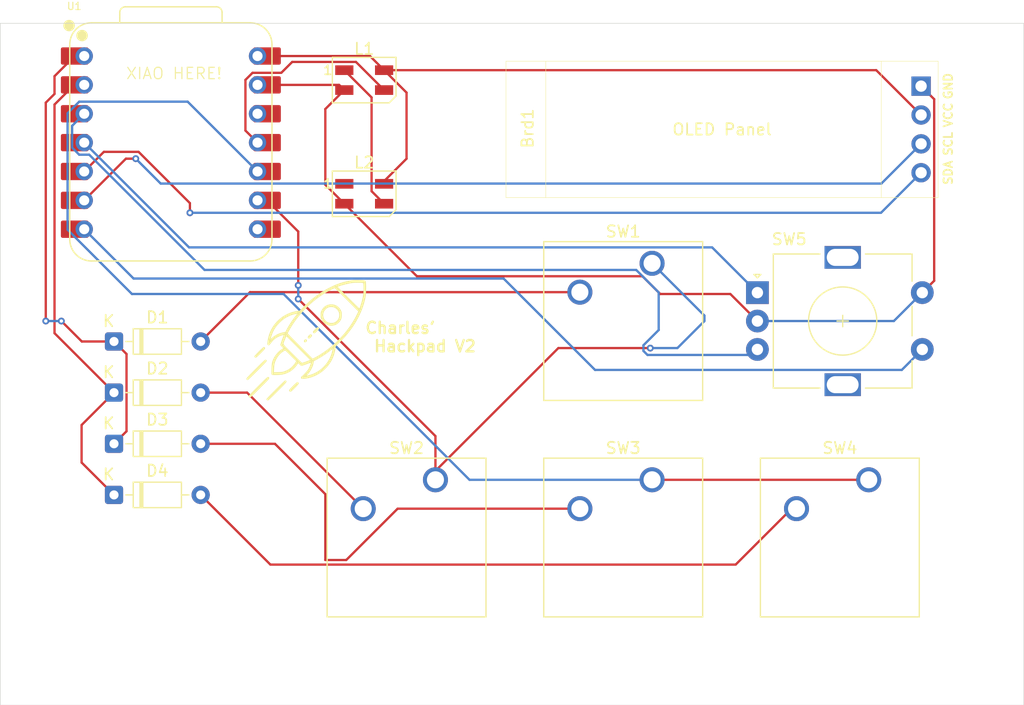
<source format=kicad_pcb>
(kicad_pcb (version 20241229) (generator "pcbnew") (generator_version "9.0")
  (layers (0 "F.Cu" signal) (2 "B.Cu" signal) (13 "F.Paste" user) (15 "B.Paste" user) (5 "F.SilkS" user "F.Silkscreen") (7 "B.SilkS" user "B.Silkscreen") (1 "F.Mask" user) (3 "B.Mask" user) (25 "Edge.Cuts" user))
  (net 0 "")
  (net 1 "GND")
  (net 2 "SDA")
  (net 3 "SCL")
  (net 4 "+5V")
  (net 5 "Net-(D1-A)")
  (net 6 "ROW1")
  (net 7 "ROW2")
  (net 8 "Net-(D2-A)")
  (net 9 "Net-(D3-A)")
  (net 10 "Net-(D4-A)")
  (net 11 "LED")
  (net 12 "Net-(L1-DOUT)")
  (net 14 "COL1")
  (net 15 "COL2")
  (net 16 "RE1")
  (net 17 "SW_ENC")
  (net 18 "RE2")
  (footprint "Diode_THT:D_DO-35_SOD27_P7.62mm_Horizontal" (layer "F.Cu") (at 60 82.5)
    (property "Reference" "D2")
    (property "Value" "D")
  )
  (footprint "Button_Switch_Keyboard:SW_Cherry_MX_1.00u_PCB" (layer "F.Cu") (at 107.315 90.17)
    (property "Reference" "SW3")
    (property "Value" "SW_Push")
  )
  (footprint "Button_Switch_Keyboard:SW_Cherry_MX_1.00u_PCB" (layer "F.Cu") (at 107.315 71.12)
    (property "Reference" "SW1")
    (property "Value" "SW_Push")
  )
  (footprint "Diode_THT:D_DO-35_SOD27_P7.62mm_Horizontal" (layer "F.Cu") (at 60 78)
    (property "Reference" "D1")
    (property "Value" "D")
  )
  (footprint "Rotary_Encoder:RotaryEncoder_Alps_EC11E-Switch_Vertical_H20mm" (layer "F.Cu") (at 116.575 73.7)
    (property "Reference" "SW5")
    (property "Value" "RotaryEncoder_Switch")
  )
  (footprint "Diode_THT:D_DO-35_SOD27_P7.62mm_Horizontal" (layer "F.Cu") (at 60 91.5)
    (property "Reference" "D4")
    (property "Value" "D")
  )
  (footprint "Button_Switch_Keyboard:SW_Cherry_MX_1.00u_PCB" (layer "F.Cu") (at 88.265 90.17)
    (property "Reference" "SW2")
    (property "Value" "SW_Push")
  )
  (footprint "Seeed Studio XIAO Series Library:XIAO-RP2040-DIP" (layer "F.Cu") (at 65 60.5)
    (property "Reference" "U1")
    (property "Value" "XIAO-RP2040-DIP")
  )
  (footprint "KiCad-SSD1306-0.91-OLED-4pin-128x32.pretty-master:SSD1306-0.91-OLED-4pin-128x32" (layer "F.Cu") (at 94.46875 53.34)
    (property "Reference" "Brd1")
    (property "Value" "SSD1306")
  )
  (footprint "LED_SMD:LED_SK6812MINI_PLCC4_3.5x3.5mm_P1.75mm" (layer "F.Cu") (at 82 55)
    (property "Reference" "L1")
    (property "Value" "SK6812MINI")
  )
  (footprint "Diode_THT:D_DO-35_SOD27_P7.62mm_Horizontal" (layer "F.Cu") (at 60 87)
    (property "Reference" "D3")
    (property "Value" "D")
  )
  (footprint "LED_SMD:LED_SK6812MINI_PLCC4_3.5x3.5mm_P1.75mm" (layer "F.Cu") (at 82 65)
    (property "Reference" "L2")
    (property "Value" "SK6812MINI")
  )
  (footprint "Button_Switch_Keyboard:SW_Cherry_MX_1.00u_PCB" (layer "F.Cu") (at 126.365 90.17)
    (property "Reference" "SW4")
    (property "Value" "SW_Push")
  )
  (gr_poly (pts (xy 76.854532 77.800478) (xy 76.860031 77.801015) (xy 76.86551 77.801908) (xy 76.87097 77.803155) (xy 76.876413 77.804758) (xy 76.881841 77.806716) (xy 76.887255 77.809031) (xy 76.892657 77.811702) (xy 76.898047 77.81473) (xy 76.903429 77.818116) (xy 76.908802 77.821859) (xy 76.914169 77.82596) (xy 76.919532 77.83042) (xy 76.924892 77.835239) (xy 76.93025 77.840417) (xy 76.935428 77.845787) (xy 76.940247 77.851181) (xy 76.944707 77.856598) (xy 76.948808 77.862038) (xy 76.952551 77.8675) (xy 76.955937 77.872982) (xy 76.958965 77.878485) (xy 76.961636 77.884007) (xy 76.963951 77.889547) (xy 76.965909 77.895106) (xy 76.967512 77.900681) (xy 76.968759 77.906273) (xy 76.969651 77.91188) (xy 76.970189 77.917502) (xy 76.970372 77.923138) (xy 76.970202 77.928787) (xy 76.969678 77.934449) (xy 76.968801 77.940122) (xy 76.967571 77.945806) (xy 76.965989 77.9515) (xy 76.964055 77.957204) (xy 76.96177 77.962916) (xy 76.959133 77.968635) (xy 76.956146 77.974362) (xy 76.952808 77.980095) (xy 76.94912 77.985833) (xy 76.945083 77.991576) (xy 76.940697 77.997323) (xy 76.935961 78.003073) (xy 76.930878 78.008825) (xy 76.925446 78.014579) (xy 76.919666 78.020334) (xy 76.91438 78.025561) (xy 76.908852 78.030526) (xy 76.9031 78.035226) (xy 76.897144 78.03966) (xy 76.891002 78.043826) (xy 76.884692 78.047722) (xy 76.878233 78.051346) (xy 76.871645 78.054696) (xy 76.864944 78.05777) (xy 76.858151 78.060566) (xy 76.851283 78.063082) (xy 76.84436 78.065316) (xy 76.830419 78.068932) (xy 76.816479 78.071398) (xy 76.809556 78.072194) (xy 76.802688 78.072697) (xy 76.795894 78.072905) (xy 76.789194 78.072816) (xy 76.782605 78.072427) (xy 76.776147 78.071737) (xy 76.769837 78.070744) (xy 76.763695 78.069446) (xy 76.757739 78.067841) (xy 76.751987 78.065928) (xy 76.746459 78.063703) (xy 76.741172 78.061166) (xy 76.736146 78.058314) (xy 76.731399 78.055145) (xy 76.72695 78.051658) (xy 76.722817 78.04785) (xy 76.719009 78.043729) (xy 76.715522 78.039314) (xy 76.712353 78.034622) (xy 76.709501 78.029668) (xy 76.706963 78.02447) (xy 76.704739 78.019042) (xy 76.702825 78.013403) (xy 76.70122 78.007567) (xy 76.699922 78.001552) (xy 76.698929 77.995372) (xy 76.698239 77.989046) (xy 76.697851 77.982589) (xy 76.697969 77.969346) (xy 76.699269 77.955775) (xy 76.701734 77.942005) (xy 76.70535 77.928167) (xy 76.710101 77.914391) (xy 76.71597 77.900808) (xy 76.722944 77.887547) (xy 76.731006 77.874738) (xy 76.735441 77.868545) (xy 76.740141 77.862513) (xy 76.745106 77.856659) (xy 76.750333 77.851) (xy 76.762539 77.839789) (xy 76.768572 77.834705) (xy 76.774559 77.82997) (xy 76.780503 77.825584) (xy 76.786405 77.821546) (xy 76.792267 77.817859) (xy 76.798091 77.814521) (xy 76.803877 77.811534) (xy 76.809627 77.808897) (xy 76.815343 77.806612) (xy 76.821027 77.804678) (xy 76.826679 77.803096) (xy 76.832302 77.801866) (xy 76.837898 77.800989) (xy 76.843467 77.800465) (xy 76.849011 77.800294)) (fill yes) (layer "F.SilkS"))
  (gr_poly (pts (xy 77.929582 76.740379) (xy 77.93688 76.741249) (xy 77.94421 76.742634) (xy 77.951606 76.74452) (xy 77.959099 76.74689) (xy 77.966723 76.74973) (xy 77.974509 76.753024) (xy 77.982491 76.756758) (xy 77.990701 76.760917) (xy 77.995338 76.763869) (xy 77.999721 76.767168) (xy 78.003843 76.770814) (xy 78.007699 76.774808) (xy 78.011282 76.779148) (xy 78.014587 76.783836) (xy 78.017605 76.788872) (xy 78.020333 76.794254) (xy 78.022763 76.799984) (xy 78.024889 76.806061) (xy 78.026704 76.812486) (xy 78.028204 76.819258) (xy 78.029381 76.826377) (xy 78.03023 76.833843) (xy 78.030743 76.841656) (xy 78.030916 76.849817) (xy 78.030525 76.859667) (xy 78.029275 76.869479) (xy 78.027051 76.879415) (xy 78.023739 76.889637) (xy 78.019224 76.900305) (xy 78.013392 76.911581) (xy 78.006127 76.923626) (xy 77.997314 76.9366) (xy 77.98684 76.950667) (xy 77.974589 76.965986) (xy 77.960447 76.982719) (xy 77.944298 77.001027) (xy 77.905524 77.043013) (xy 77.85735 77.093234) (xy 77.820969 77.129639) (xy 77.787863 77.16193) (xy 77.757784 77.190209) (xy 77.743801 77.202876) (xy 77.730482 77.214578) (xy 77.717796 77.225328) (xy 77.705711 77.235139) (xy 77.694196 77.244024) (xy 77.683221 77.251995) (xy 77.672755 77.259066) (xy 77.662765 77.265249) (xy 77.653223 77.270556) (xy 77.644096 77.275002) (xy 77.635353 77.278597) (xy 77.626964 77.281356) (xy 77.618897 77.283291) (xy 77.611122 77.284415) (xy 77.603607 77.28474) (xy 77.596322 77.28428) (xy 77.589235 77.283047) (xy 77.582316 77.281054) (xy 77.575533 77.278314) (xy 77.568855 77.274839) (xy 77.562252 77.270642) (xy 77.555692 77.265737) (xy 77.549145 77.260136) (xy 77.542578 77.253851) (xy 77.535963 77.246896) (xy 77.529267 77.239283) (xy 77.517211 77.224274) (xy 77.507335 77.209997) (xy 77.50326 77.203036) (xy 77.499785 77.196142) (xy 77.496927 77.189275) (xy 77.494705 77.182398) (xy 77.493138 77.175471) (xy 77.492243 77.168456) (xy 77.492038 77.161313) (xy 77.492543 77.154005) (xy 77.493775 77.146492) (xy 77.495752 77.138735) (xy 77.498492 77.130697) (xy 77.502014 77.122338) (xy 77.506336 77.113618) (xy 77.511477 77.104501) (xy 77.524285 77.084915) (xy 77.540584 77.063271) (xy 77.56052 77.039258) (xy 77.584239 77.012567) (xy 77.611887 76.982886) (xy 77.643609 76.949906) (xy 77.67955 76.913317) (xy 77.711368 76.882142) (xy 77.740322 76.854418) (xy 77.76667 76.830024) (xy 77.790675 76.80884) (xy 77.80188 76.799413) (xy 77.812596 76.790743) (xy 77.822857 76.782815) (xy 77.832694 76.775614) (xy 77.842141 76.769124) (xy 77.851229 76.763331) (xy 77.859992 76.758219) (xy 77.868463 76.753773) (xy 77.876672 76.749979) (xy 77.884654 76.74682) (xy 77.89244 76.744282) (xy 77.900064 76.742351) (xy 77.907557 76.741009) (xy 77.914953 76.740244) (xy 77.922283 76.740038)) (fill yes) (layer "F.SilkS"))
  (gr_poly (pts (xy 77.296406 77.358065) (xy 77.299813 77.358611) (xy 77.303244 77.359457) (xy 77.306723 77.360603) (xy 77.310279 77.36205) (xy 77.313937 77.363798) (xy 77.317724 77.365848) (xy 77.321668 77.368202) (xy 77.325795 77.370859) (xy 77.330131 77.373821) (xy 77.33954 77.380662) (xy 77.350108 77.38873) (xy 77.36205 77.398033) (xy 77.375713 77.409438) (xy 77.381774 77.415083) (xy 77.387318 77.420709) (xy 77.39234 77.42633) (xy 77.396838 77.431961) (xy 77.40081 77.437617) (xy 77.404251 77.44331) (xy 77.407159 77.449056) (xy 77.40953 77.45487) (xy 77.411362 77.460764) (xy 77.412651 77.466755) (xy 77.413395 77.472855) (xy 77.41359 77.47908) (xy 77.413233 77.485444) (xy 77.412321 77.49196) (xy 77.410851 77.498644) (xy 77.408819 77.50551) (xy 77.406223 77.512572) (xy 77.40306 77.519845) (xy 77.399327 77.527342) (xy 77.395019 77.535079) (xy 77.390135 77.543068) (xy 77.384672 77.551326) (xy 77.371992 77.568702) (xy 77.356956 77.587322) (xy 77.339539 77.607299) (xy 77.319716 77.62875) (xy 77.30117 77.647979) (xy 77.283559 77.665205) (xy 77.26678 77.680459) (xy 77.250726 77.693771) (xy 77.242938 77.69971) (xy 77.235293 77.705174) (xy 77.227775 77.710169) (xy 77.220374 77.714698) (xy 77.213074 77.718765) (xy 77.205864 77.722374) (xy 77.19873 77.725529) (xy 77.191658 77.728233) (xy 77.184636 77.730491) (xy 77.177651 77.732307) (xy 77.170688 77.733683) (xy 77.163736 77.734625) (xy 77.156781 77.735135) (xy 77.149809 77.735219) (xy 77.142808 77.734879) (xy 77.135765 77.73412) (xy 77.128665 77.732946) (xy 77.121497 77.73136) (xy 77.114246 77.729366) (xy 77.1069 77.726968) (xy 77.099446 77.724171) (xy 77.09187 77.720977) (xy 77.084159 77.717391) (xy 77.076299 77.713417) (xy 77.068254 77.708481) (xy 77.061172 77.702828) (xy 77.055037 77.696496) (xy 77.049833 77.689526) (xy 77.045544 77.681955) (xy 77.042153 77.673824) (xy 77.039644 77.665171) (xy 77.038001 77.656035) (xy 77.037208 77.646456) (xy 77.037248 77.636473) (xy 77.038105 77.626125) (xy 77.039762 77.61545) (xy 77.042205 77.604489) (xy 77.045415 77.593281) (xy 77.049377 77.581864) (xy 77.054075 77.570277) (xy 77.059492 77.55856) (xy 77.065612 77.546752) (xy 77.072419 77.534893) (xy 77.079897 77.52302) (xy 77.088028 77.511174) (xy 77.096798 77.499393) (xy 77.106189 77.487717) (xy 77.116186 77.476185) (xy 77.126772 77.464835) (xy 77.13793 77.453708) (xy 77.149645 77.442842) (xy 77.161901 77.432276) (xy 77.17468 77.42205) (xy 77.187967 77.412202) (xy 77.201746 77.402773) (xy 77.216 77.3938) (xy 77.241983 77.377834) (xy 77.252756 77.371578) (xy 77.262335 77.366482) (xy 77.266744 77.36437) (xy 77.270935 77.362551) (xy 77.274934 77.361025) (xy 77.278768 77.359793) (xy 77.282465 77.358855) (xy 77.28605 77.358212) (xy 77.289551 77.357866) (xy 77.292994 77.357817)) (fill yes) (layer "F.SilkS"))
  (gr_poly (pts (xy 76.127274 81.565958) (xy 76.132924 81.566573) (xy 76.138617 81.567578) (xy 76.144339 81.568958) (xy 76.150072 81.570698) (xy 76.155802 81.572782) (xy 76.161514 81.575195) (xy 76.167192 81.577921) (xy 76.17282 81.580944) (xy 76.178383 81.58425) (xy 76.189251 81.591646) (xy 76.199673 81.599985) (xy 76.209525 81.609142) (xy 76.218682 81.618993) (xy 76.22702 81.629415) (xy 76.234416 81.640284) (xy 76.237722 81.645847) (xy 76.240745 81.651475) (xy 76.243471 81.657152) (xy 76.245884 81.662864) (xy 76.247968 81.668594) (xy 76.249708 81.674328) (xy 76.251088 81.680049) (xy 76.252094 81.685742) (xy 76.252708 81.691392) (xy 76.252916 81.696983) (xy 76.251243 81.70333) (xy 76.246354 81.712712) (xy 76.227706 81.739775) (xy 76.198529 81.776554) (xy 76.160378 81.821436) (xy 76.063384 81.929043) (xy 75.949175 82.049672) (xy 75.830203 82.170401) (xy 75.718921 82.278305) (xy 75.670055 82.32341) (xy 75.627781 82.360462) (xy 75.593655 82.387847) (xy 75.569233 82.403949) (xy 75.560079 82.408486) (xy 75.550892 82.412192) (xy 75.541701 82.415093) (xy 75.532535 82.417211) (xy 75.523423 82.418573) (xy 75.514395 82.419204) (xy 75.505479 82.419127) (xy 75.496705 82.418369) (xy 75.488101 82.416953) (xy 75.479696 82.414904) (xy 75.471521 82.412248) (xy 75.463603 82.409009) (xy 75.455972 82.405212) (xy 75.448656 82.400881) (xy 75.441686 82.396042) (xy 75.43509 82.39072) (xy 75.428896 82.384938) (xy 75.423135 82.378722) (xy 75.417835 82.372098) (xy 75.413026 82.365088) (xy 75.408736 82.357719) (xy 75.404994 82.350015) (xy 75.401829 82.342001) (xy 75.399272 82.333702) (xy 75.397349 82.325142) (xy 75.396092 82.316347) (xy 75.395528 82.307341) (xy 75.395687 82.298149) (xy 75.396598 82.288796) (xy 75.39829 82.279306) (xy 75.400792 82.269704) (xy 75.404134 82.260016) (xy 75.407799 82.253251) (xy 75.414704 82.243401) (xy 75.437504 82.215203) (xy 75.471069 82.176933) (xy 75.513935 82.130106) (xy 75.56464 82.076234) (xy 75.62172 82.016831) (xy 75.683711 81.953409) (xy 75.74915 81.887482) (xy 75.827144 81.811671) (xy 75.89606 81.746129) (xy 75.927129 81.717193) (xy 75.955947 81.690806) (xy 75.98252 81.666962) (xy 76.006854 81.645654) (xy 76.028956 81.626876) (xy 76.048832 81.610621) (xy 76.066488 81.596885) (xy 76.08193 81.58566) (xy 76.095164 81.57694) (xy 76.106197 81.570719) (xy 76.11089 81.568544) (xy 76.115035 81.566991) (xy 76.118632 81.56606) (xy 76.121684 81.56575)) (fill yes) (layer "F.SilkS"))
  (gr_poly (pts (xy 81.387408 72.597793) (xy 81.512833 72.59955) (xy 81.605958 72.601583) (xy 81.688909 72.603808) (xy 81.762329 72.606368) (xy 81.82686 72.609406) (xy 81.855993 72.611148) (xy 81.883144 72.613063) (xy 81.908393 72.615169) (xy 81.931821 72.617484) (xy 81.953508 72.620025) (xy 81.973535 72.62281) (xy 81.991981 72.625857) (xy 82.008926 72.629184) (xy 82.024452 72.632808) (xy 82.038638 72.636748) (xy 82.051564 72.641021) (xy 82.063311 72.645646) (xy 82.073958 72.650639) (xy 82.083587 72.656019) (xy 82.092277 72.661804) (xy 82.100108 72.668011) (xy 82.107162 72.674659) (xy 82.113517 72.681765) (xy 82.119254 72.689346) (xy 82.124454 72.697422) (xy 82.129197 72.706008) (xy 82.133562 72.715125) (xy 82.137631 72.724788) (xy 82.141483 72.735017) (xy 82.1492 72.767895) (xy 82.1557 72.81746) (xy 82.16513 72.957995) (xy 82.169946 73.139309) (xy 82.170322 73.344088) (xy 82.166432 73.555019) (xy 82.158449 73.754787) (xy 82.146547 73.92608) (xy 82.139181 73.995638) (xy 82.130899 74.051584) (xy 82.085656 74.269838) (xy 82.032474 74.487233) (xy 81.971356 74.703753) (xy 81.9023 74.919384) (xy 81.825306 75.134109) (xy 81.740375 75.347914) (xy 81.647506 75.560782) (xy 81.5467 75.772698) (xy 81.437956 75.983647) (xy 81.321275 76.193613) (xy 81.196656 76.40258) (xy 81.0641 76.610534) (xy 80.923606 76.817458) (xy 80.775174 77.023338) (xy 80.618806 77.228157) (xy 80.454499 77.431899) (xy 80.408756 77.485453) (xy 80.350882 77.550764) (xy 80.208173 77.706538) (xy 80.045223 77.87898) (xy 79.880884 78.04785) (xy 79.497766 78.433084) (xy 79.472367 78.619349) (xy 79.4522 78.748263) (xy 79.427417 78.874668) (xy 79.398013 78.998587) (xy 79.363987 79.12004) (xy 79.325334 79.239051) (xy 79.282053 79.355639) (xy 79.234139 79.469828) (xy 79.181589 79.581639) (xy 79.124402 79.691093) (xy 79.062572 79.798213) (xy 78.996098 79.903019) (xy 78.924977 80.005535) (xy 78.849204 80.10578) (xy 78.768778 80.203778) (xy 78.683694 80.299549) (xy 78.593951 80.393116) (xy 78.494774 80.488048) (xy 78.391883 80.578295) (xy 78.285532 80.663737) (xy 78.175975 80.744251) (xy 78.063466 80.819718) (xy 77.948259 80.890016) (xy 77.83061 80.955024) (xy 77.710771 81.014622) (xy 77.588997 81.068689) (xy 77.465543 81.117103) (xy 77.340663 81.159744) (xy 77.214611 81.196491) (xy 77.087641 81.227222) (xy 76.960007 81.251817) (xy 76.831965 81.270156) (xy 76.703767 81.282116) (xy 76.664217 81.284903) (xy 76.62877 81.286854) (xy 76.597211 81.287874) (xy 76.582822 81.288006) (xy 76.569325 81.287871) (xy 76.556694 81.287457) (xy 76.5449 81.286752) (xy 76.533919 81.285745) (xy 76.523722 81.284423) (xy 76.514283 81.282776) (xy 76.505576 81.280793) (xy 76.497573 81.27846) (xy 76.490248 81.275766) (xy 76.483574 81.272701) (xy 76.477525 81.269252) (xy 76.472073 81.265408) (xy 76.467192 81.261156) (xy 76.462855 81.256487) (xy 76.459036 81.251387) (xy 76.455707 81.245845) (xy 76.452842 81.239849) (xy 76.450415 81.233389) (xy 76.448398 81.226452) (xy 76.446764 81.219026) (xy 76.445488 81.211101) (xy 76.444541 81.202664) (xy 76.443899 81.193704) (xy 76.443532 81.184208) (xy 76.443416 81.174167) (xy 76.4436 81.164206) (xy 76.444194 81.154902) (xy 76.445258 81.146169) (xy 76.446856 81.137919) (xy 76.447874 81.133948) (xy 76.449049 81.130066) (xy 76.450388 81.126262) (xy 76.4519 81.122524) (xy 76.453591 81.118841) (xy 76.45547 81.115204) (xy 76.457544 81.111601) (xy 76.459821 81.108021) (xy 76.462309 81.104454) (xy 76.465015 81.100888) (xy 76.471115 81.093717) (xy 76.478182 81.086422) (xy 76.486279 81.078917) (xy 76.495467 81.071114) (xy 76.505809 81.062926) (xy 76.517366 81.054267) (xy 76.5302 81.04505) (xy 76.55333 81.027488) (xy 76.581 81.00387) (xy 76.58918 80.996366) (xy 76.951417 80.996366) (xy 76.952388 80.998026) (xy 76.955241 80.999052) (xy 76.966238 80.999301) (xy 76.983689 80.997306) (xy 77.00688 80.993257) (xy 77.067614 80.979772) (xy 77.142711 80.960383) (xy 77.226439 80.936628) (xy 77.313069 80.910046) (xy 77.396872 80.882175) (xy 77.472118 80.854551) (xy 77.629061 80.786345) (xy 77.781316 80.708257) (xy 77.928461 80.620774) (xy 78.070075 80.524383) (xy 78.205736 80.419572) (xy 78.335022 80.306825) (xy 78.457512 80.186632) (xy 78.572783 80.059477) (xy 78.680415 79.925848) (xy 78.779985 79.786232) (xy 78.871072 79.641116) (xy 78.953254 79.490986) (xy 79.026109 79.336329) (xy 79.089217 79.177633) (xy 79.142154 79.015383) (xy 79.1845 78.850066) (xy 79.191416 78.816654) (xy 79.197762 78.785178) (xy 79.203364 78.756379) (xy 79.208048 78.731004) (xy 79.211641 78.709796) (xy 79.213968 78.693499) (xy 79.214603 78.687425) (xy 79.214857 78.682858) (xy 79.214708 78.67989) (xy 79.214475 78.679036) (xy 79.214134 78.678616) (xy 79.212292 78.678653) (xy 79.208428 78.680299) (xy 79.195083 78.688108) (xy 79.174992 78.701424) (xy 79.149046 78.719627) (xy 79.118139 78.742096) (xy 79.083164 78.768211) (xy 79.045015 78.797352) (xy 79.004583 78.828899) (xy 78.903347 78.904669) (xy 78.775718 78.99691) (xy 78.638168 79.093517) (xy 78.570819 79.139674) (xy 78.507166 79.182384) (xy 78.322917 79.303761) (xy 78.240131 79.356289) (xy 78.157123 79.407279) (xy 78.069054 79.459658) (xy 77.971088 79.516353) (xy 77.726117 79.654399) (xy 77.577951 79.734833) (xy 77.550433 79.880884) (xy 77.53634 79.954624) (xy 77.528728 79.989412) (xy 77.520635 80.02313) (xy 77.511984 80.056017) (xy 77.502697 80.088312) (xy 77.492697 80.120254) (xy 77.481906 80.152081) (xy 77.470248 80.184032) (xy 77.457643 80.216346) (xy 77.429287 80.283017) (xy 77.396218 80.354004) (xy 77.357817 80.431217) (xy 77.339937 80.464853) (xy 77.319849 80.500381) (xy 77.297876 80.537359) (xy 77.274341 80.575349) (xy 77.249565 80.613909) (xy 77.223871 80.652599) (xy 77.171021 80.728609) (xy 77.118369 80.799856) (xy 77.092923 80.832593) (xy 77.068495 80.862819) (xy 77.045406 80.890092) (xy 77.023979 80.913974) (xy 77.004536 80.934024) (xy 76.9874 80.9498) (xy 76.983857 80.952649) (xy 76.980384 80.955621) (xy 76.977005 80.958693) (xy 76.973741 80.961839) (xy 76.970613 80.965034) (xy 76.967643 80.968254) (xy 76.964853 80.971475) (xy 76.962265 80.97467) (xy 76.9599 80.977816) (xy 76.957779 80.980888) (xy 76.955926 80.98386) (xy 76.95436 80.986709) (xy 76.953105 80.989408) (xy 76.952601 80.990695) (xy 76.952182 80.991934) (xy 76.951851 80.993124) (xy 76.951612 80.994262) (xy 76.951466 80.995343) (xy 76.951417 80.996366) (xy 76.58918 80.996366) (xy 76.612539 80.974938) (xy 76.647278 80.941433) (xy 76.723677 80.863666) (xy 76.804837 80.776498) (xy 76.885403 80.685857) (xy 76.960016 80.597673) (xy 77.023317 80.517872) (xy 77.049052 80.482968) (xy 77.06995 80.452384) (xy 77.090656 80.418315) (xy 77.112073 80.380156) (xy 77.133867 80.33873) (xy 77.155708 80.294857) (xy 77.177264 80.24936) (xy 77.198203 80.203059) (xy 77.218193 80.156777) (xy 77.236902 80.111335) (xy 77.253999 80.067556) (xy 77.269152 80.026259) (xy 77.282029 79.988268) (xy 77.292299 79.954404) (xy 77.299629 79.925488) (xy 77.303689 79.902343) (xy 77.304388 79.89319) (xy 77.304145 79.885789) (xy 77.302918 79.880241) (xy 77.300667 79.876649) (xy 77.29824 79.876466) (xy 77.292659 79.877468) (xy 77.27272 79.882801) (xy 77.242214 79.892202) (xy 77.202506 79.905225) (xy 77.100939 79.940348) (xy 76.978934 79.984599) (xy 76.869851 80.025027) (xy 76.775403 80.059179) (xy 76.694746 80.087328) (xy 76.627038 80.109748) (xy 76.597775 80.118894) (xy 76.571434 80.12671) (xy 76.547908 80.13323) (xy 76.527091 80.138488) (xy 76.508879 80.142519) (xy 76.493167 80.145355) (xy 76.479848 80.147032) (xy 76.468817 80.147583) (xy 76.465059 80.146974) (xy 76.460189 80.145186) (xy 76.454283 80.142281) (xy 76.447418 80.138323) (xy 76.439674 80.133372) (xy 76.431126 80.127492) (xy 76.411931 80.113188) (xy 76.390454 80.095907) (xy 76.367316 80.076146) (xy 76.343135 80.054401) (xy 76.318533 80.031167) (xy 76.195767 79.91475) (xy 76.1365 80.003649) (xy 76.097965 80.060564) (xy 76.057811 80.116167) (xy 76.016107 80.170388) (xy 75.972921 80.223154) (xy 75.928321 80.274395) (xy 75.882376 80.324039) (xy 75.835153 80.372015) (xy 75.786721 80.418251) (xy 75.737147 80.462677) (xy 75.686501 80.505221) (xy 75.634851 80.545811) (xy 75.582264 80.584377) (xy 75.528809 80.620847) (xy 75.474553 80.655149) (xy 75.419567 80.687213) (xy 75.363916 80.716967) (xy 75.300274 80.748557) (xy 75.237661 80.777503) (xy 75.175668 80.803887) (xy 75.113886 80.827794) (xy 75.051905 80.849307) (xy 74.989317 80.86851) (xy 74.925711 80.885488) (xy 74.860679 80.900322) (xy 74.793812 80.913098) (xy 74.7247 80.923899) (xy 74.652934 80.932809) (xy 74.578104 80.939911) (xy 74.499802 80.945289) (xy 74.417618 80.949027) (xy 74.239966 80.951916) (xy 74.189414 80.951838) (xy 74.143923 80.951586) (xy 74.103193 80.951135) (xy 74.066929 80.950461) (xy 74.034832 80.949539) (xy 74.006604 80.948344) (xy 73.981948 80.946852) (xy 73.960567 80.945037) (xy 73.951011 80.944001) (xy 73.942162 80.942875) (xy 73.933982 80.941656) (xy 73.926435 80.94034) (xy 73.919484 80.938926) (xy 73.91309 80.937409) (xy 73.907218 80.935787) (xy 73.901829 80.934057) (xy 73.896887 80.932214) (xy 73.892354 80.930257) (xy 73.888193 80.928183) (xy 73.884367 80.925987) (xy 73.880838 80.923667) (xy 73.87757 80.921221) (xy 73.874525 80.918644) (xy 73.871667 80.915933) (xy 73.866056 80.909654) (xy 73.861112 80.902406) (xy 73.856807 80.89372) (xy 73.853113 80.883125) (xy 73.850001 80.870148) (xy 73.847445 80.854318) (xy 73.843885 80.812216) (xy 73.842211 80.753049) (xy 73.842203 80.702149) (xy 74.0664 80.702149) (xy 74.424116 80.693683) (xy 74.525291 80.690355) (xy 74.610019 80.686506) (xy 74.647093 80.684286) (xy 74.681106 80.681814) (xy 74.712409 80.679051) (xy 74.741352 80.675957) (xy 74.768286 80.67249) (xy 74.793562 80.66861) (xy 74.817529 80.664278) (xy 74.840538 80.659453) (xy 74.862939 80.654095) (xy 74.885083 80.648163) (xy 74.90732 80.641617) (xy 74.93 80.634417) (xy 74.996824 80.611522) (xy 75.063747 80.585799) (xy 75.130472 80.557398) (xy 75.1967 80.526466) (xy 75.262135 80.493154) (xy 75.326478 80.457609) (xy 75.389433 80.41998) (xy 75.4507 80.380417) (xy 75.48161 80.358194) (xy 75.514527 80.332312) (xy 75.549024 80.303231) (xy 75.584678 80.271408) (xy 75.621064 80.237304) (xy 75.657757 80.201377) (xy 75.694332 80.164085) (xy 75.730365 80.125888) (xy 75.76543 80.087244) (xy 75.799103 80.048613) (xy 75.830959 80.010453) (xy 75.860573 79.973223) (xy 75.887521 79.937382) (xy 75.911377 79.903389) (xy 75.931717 79.871703) (xy 75.948117 79.842782) (xy 76.009499 79.72425) (xy 75.543833 79.258583) (xy 75.449811 79.165041) (xy 75.361172 79.077774) (xy 75.279924 78.998693) (xy 75.208077 78.929707) (xy 75.14764 78.872726) (xy 75.100623 78.829661) (xy 75.082774 78.813944) (xy 75.069034 78.802421) (xy 75.059653 78.795333) (xy 75.056676 78.793526) (xy 75.054883 78.792917) (xy 75.045652 78.794534) (xy 75.032534 78.799205) (xy 75.015955 78.80666) (xy 74.996344 78.81663) (xy 74.949736 78.843034) (xy 74.896133 78.87626) (xy 74.838958 78.914149) (xy 74.781635 78.954544) (xy 74.727586 78.995286) (xy 74.702858 79.015112) (xy 74.680233 79.034217) (xy 74.647459 79.063745) (xy 74.615783 79.093637) (xy 74.58516 79.123956) (xy 74.555549 79.154768) (xy 74.526904 79.186138) (xy 74.499184 79.218131) (xy 74.472344 79.250813) (xy 74.446342 79.284248) (xy 74.421133 79.318502) (xy 74.396674 79.353639) (xy 74.372923 79.389725) (xy 74.349835 79.426825) (xy 74.327367 79.465004) (xy 74.305476 79.504327) (xy 74.284118 79.54486) (xy 74.26325 79.586666) (xy 74.215749 79.689027) (xy 74.195468 79.736275) (xy 74.177326 79.781664) (xy 74.161194 79.825762) (xy 74.146941 79.869141) (xy 74.134436 79.912372) (xy 74.12355 79.956024) (xy 74.114152 80.000668) (xy 74.106112 80.046875) (xy 74.0993 80.095216) (xy 74.093586 80.14626) (xy 74.088839 80.200578) (xy 74.084929 80.258741) (xy 74.0791 80.388883) (xy 74.0664 80.702149) (xy 73.842203 80.702149) (xy 73.842199 80.673045) (xy 73.846267 80.435449) (xy 73.850943 80.267063) (xy 73.854048 80.194045) (xy 73.857876 80.127375) (xy 73.862584 80.066224) (xy 73.868331 80.009764) (xy 73.875275 79.957167) (xy 73.883573 79.907606) (xy 73.893385 79.860252) (xy 73.904868 79.814278) (xy 73.91818 79.768857) (xy 73.93348 79.723159) (xy 73.950926 79.676357) (xy 73.970675 79.627624) (xy 73.992886 79.576131) (xy 74.017717 79.521051) (xy 74.046983 79.461106) (xy 74.079104 79.401264) (xy 74.113911 79.341726) (xy 74.151232 79.282694) (xy 74.190897 79.224368) (xy 74.232736 79.166951) (xy 74.276578 79.110644) (xy 74.322252 79.055648) (xy 74.369588 79.002165) (xy 74.418416 78.950398) (xy 74.468564 78.900546) (xy 74.519863 78.852812) (xy 74.572141 78.807397) (xy 74.625229 78.764503) (xy 74.678955 78.724332) (xy 74.73315 78.687084) (xy 74.874967 78.59395) (xy 74.750084 78.462717) (xy 74.737146 78.449237) (xy 74.724572 78.435837) (xy 74.712425 78.422599) (xy 74.700772 78.409602) (xy 74.689676 78.396928) (xy 74.679204 78.384657) (xy 74.66942 78.372869) (xy 74.66039 78.361646) (xy 74.652178 78.351068) (xy 74.64485 78.341215) (xy 74.63847 78.332168) (xy 74.633105 78.324009) (xy 74.628818 78.316816) (xy 74.625676 78.310672) (xy 74.624554 78.308018) (xy 74.623742 78.305656) (xy 74.62325 78.303597) (xy 74.623083 78.30185) (xy 74.624815 78.289359) (xy 74.629789 78.268401) (xy 74.648153 78.204913) (xy 74.659258 78.170106) (xy 74.91405 78.170106) (xy 74.914455 78.188302) (xy 74.917044 78.206782) (xy 74.921992 78.225826) (xy 74.929476 78.245715) (xy 74.939671 78.266729) (xy 74.952754 78.28915) (xy 74.988286 78.339332) (xy 75.037479 78.398506) (xy 75.10174 78.468916) (xy 75.182479 78.552807) (xy 75.69835 79.068083) (xy 75.860594 79.229657) (xy 76.013238 79.380391) (xy 76.152834 79.516986) (xy 76.275936 79.636144) (xy 76.379094 79.734565) (xy 76.458862 79.80895) (xy 76.511791 79.856001) (xy 76.527114 79.868244) (xy 76.534434 79.872417) (xy 76.546226 79.870902) (xy 76.565171 79.866551) (xy 76.621184 79.85049) (xy 76.6958 79.826541) (xy 76.782348 79.79701) (xy 76.874154 79.764206) (xy 76.964546 79.730435) (xy 77.046853 79.698003) (xy 77.1144 79.669218) (xy 77.23505 79.6163) (xy 76.2 78.58125) (xy 75.465781 77.848354) (xy 75.241845 77.625774) (xy 75.1586 77.544084) (xy 75.156118 77.546413) (xy 75.151936 77.553195) (xy 75.139021 77.578876) (xy 75.120947 77.618647) (xy 75.098804 77.670025) (xy 75.046682 77.797687) (xy 75.018884 77.869008) (xy 74.991384 77.942017) (xy 74.94762 78.051174) (xy 74.930745 78.094547) (xy 74.919086 78.133443) (xy 74.91405 78.170106) (xy 74.659258 78.170106) (xy 74.675545 78.119052) (xy 74.709338 78.018481) (xy 74.7469 77.910866) (xy 74.785604 77.803871) (xy 74.822819 77.705161) (xy 74.855917 77.6224) (xy 74.862907 77.605474) (xy 74.869568 77.588889) (xy 74.875869 77.572738) (xy 74.88178 77.557114) (xy 74.887269 77.54211) (xy 74.892305 77.52782) (xy 74.896858 77.514335) (xy 74.900896 77.50175) (xy 74.904388 77.490157) (xy 74.907304 77.479649) (xy 74.909612 77.47032) (xy 74.911281 77.462261) (xy 74.91228 77.455567) (xy 74.912579 77.45033) (xy 74.912456 77.448287) (xy 74.912146 77.446643) (xy 74.911645 77.44541) (xy 74.91095 77.4446) (xy 74.908034 77.442556) (xy 74.903694 77.441173) (xy 74.891003 77.440305) (xy 74.873394 77.441823) (xy 74.851385 77.445559) (xy 74.825495 77.451341) (xy 74.796241 77.458999) (xy 74.72971 77.47926) (xy 74.655937 77.504979) (xy 74.579063 77.53479) (xy 74.503231 77.567329) (xy 74.467 77.584196) (xy 74.432583 77.601233) (xy 74.388796 77.624183) (xy 74.346304 77.647812) (xy 74.305066 77.672154) (xy 74.265036 77.697244) (xy 74.226172 77.723115) (xy 74.188431 77.749801) (xy 74.151769 77.777337) (xy 74.116142 77.805756) (xy 74.081507 77.835093) (xy 74.047822 77.865383) (xy 74.015041 77.896658) (xy 73.983123 77.928953) (xy 73.952023 77.962302) (xy 73.921698 77.99674) (xy 73.892105 78.0323) (xy 73.8632 78.069017) (xy 73.822259 78.122117) (xy 73.785698 78.168881) (xy 73.753137 78.209566) (xy 73.738238 78.227712) (xy 73.724195 78.244436) (xy 73.710961 78.25977) (xy 73.698489 78.273749) (xy 73.686731 78.286403) (xy 73.67564 78.297766) (xy 73.665166 78.30787) (xy 73.655264 78.316748) (xy 73.645885 78.324432) (xy 73.636981 78.330954) (xy 73.628506 78.336349) (xy 73.62041 78.340647) (xy 73.612647 78.343882) (xy 73.608876 78.34511) (xy 73.605169 78.346085) (xy 73.601522 78.346811) (xy 73.597929 78.347291) (xy 73.594382 78.347529) (xy 73.590877 78.34753) (xy 73.587408 78.347298) (xy 73.583968 78.346836) (xy 73.577152 78.345242) (xy 73.570384 78.342779) (xy 73.563614 78.339481) (xy 73.556795 78.33538) (xy 73.54988 78.330508) (xy 73.54282 78.324898) (xy 73.535569 78.318583) (xy 73.528078 78.311595) (xy 73.5203 78.303967) (xy 73.512828 78.296286) (xy 73.506261 78.288956) (xy 73.500562 78.281731) (xy 73.495694 78.274367) (xy 73.49162 78.266618) (xy 73.488302 78.258239) (xy 73.485704 78.248987) (xy 73.483788 78.238615) (xy 73.482516 78.226879) (xy 73.481853 78.213533) (xy 73.48176 78.198334) (xy 73.4822 78.181035) (xy 73.484532 78.139161) (xy 73.48855 78.08595) (xy 73.497612 77.998018) (xy 73.509055 77.911524) (xy 73.523078 77.825724) (xy 73.53746 77.752236) (xy 73.786875 77.752236) (xy 73.787668 77.754858) (xy 73.789117 77.75575) (xy 73.790666 77.755115) (xy 73.793673 77.753253) (xy 73.803735 77.746093) (xy 73.818659 77.734765) (xy 73.8378 77.719767) (xy 73.886153 77.680741) (xy 73.943633 77.632983) (xy 73.995611 77.590946) (xy 74.049099 77.550586) (xy 74.104019 77.511944) (xy 74.160294 77.47506) (xy 74.217847 77.439974) (xy 74.276599 77.406727) (xy 74.336474 77.375359) (xy 74.397394 77.34591) (xy 74.459281 77.318421) (xy 74.522058 77.292932) (xy 74.567696 77.276102) (xy 75.285493 77.276102) (xy 75.2898 77.28883) (xy 75.299516 77.30603) (xy 75.31563 77.328745) (xy 75.371027 77.394903) (xy 75.463929 77.495664) (xy 75.602273 77.639387) (xy 75.793997 77.83443) (xy 76.369333 78.411917) (xy 77.465767 79.510467) (xy 77.6097 79.436383) (xy 77.750521 79.362499) (xy 77.903619 79.275914) (xy 78.065003 79.179209) (xy 78.230677 79.074963) (xy 78.396649 78.965756) (xy 78.558926 78.854168) (xy 78.713512 78.742778) (xy 78.856416 78.634166) (xy 79.058599 78.471479) (xy 79.25547 78.304215) (xy 79.446878 78.13256) (xy 79.632671 77.956701) (xy 79.812697 77.776824) (xy 79.986803 77.593114) (xy 80.154839 77.405758) (xy 80.316652 77.214942) (xy 80.47209 77.020851) (xy 80.621001 76.823672) (xy 80.763234 76.623592) (xy 80.898636 76.420795) (xy 81.027055 76.215468) (xy 81.14834 76.007797) (xy 81.262339 75.797968) (xy 81.368899 75.586167) (xy 81.481083 75.353334) (xy 80.458733 74.330984) (xy 80.060105 73.934936) (xy 79.883847 73.761679) (xy 79.728748 73.610524) (xy 79.599147 73.485661) (xy 79.499387 73.391283) (xy 79.433807 73.331582) (xy 79.415192 73.316046) (xy 79.40675 73.310751) (xy 79.392869 73.313671) (xy 79.369328 73.322107) (xy 79.29708 73.35358) (xy 79.197646 73.401275) (xy 79.078667 73.461298) (xy 78.94778 73.529755) (xy 78.812628 73.602751) (xy 78.680849 73.676392) (xy 78.560083 73.746783) (xy 78.360615 73.870326) (xy 78.161815 74.002495) (xy 77.964199 74.142787) (xy 77.768285 74.2907) (xy 77.574591 74.445733) (xy 77.383634 74.607382) (xy 77.195934 74.775145) (xy 77.012006 74.948521) (xy 76.83237 75.127006) (xy 76.657543 75.310099) (xy 76.488043 75.497297) (xy 76.324387 75.688097) (xy 76.167094 75.881999) (xy 76.016681 76.078498) (xy 75.873666 76.277094) (xy 75.738567 76.477283) (xy 75.669965 76.585089) (xy 75.596948 76.703932) (xy 75.523436 76.826992) (xy 75.453346 76.947448) (xy 75.390598 77.058478) (xy 75.339112 77.15326) (xy 75.302806 77.224975) (xy 75.291571 77.25005) (xy 75.2856 77.2668) (xy 75.285493 77.276102) (xy 74.567696 77.276102) (xy 74.585647 77.269482) (xy 74.649972 77.248114) (xy 74.714953 77.228866) (xy 74.780515 77.211779) (xy 74.846578 77.196894) (xy 74.913067 77.18425) (xy 75.065466 77.156734) (xy 75.143783 77.006449) (xy 75.220926 76.862256) (xy 75.30293 76.717293) (xy 75.389499 76.571983) (xy 75.480333 76.426748) (xy 75.575137 76.282009) (xy 75.673611 76.138187) (xy 75.77546 75.995705) (xy 75.880384 75.854984) (xy 75.94094 75.775344) (xy 75.994948 75.703642) (xy 76.036653 75.647815) (xy 76.060299 75.6158) (xy 76.063374 75.611463) (xy 76.066245 75.607197) (xy 76.068904 75.603024) (xy 76.071346 75.598966) (xy 76.073565 75.595044) (xy 76.075555 75.591281) (xy 76.077309 75.587697) (xy 76.078821 75.584315) (xy 76.080085 75.581156) (xy 76.081094 75.578242) (xy 76.081844 75.575594) (xy 76.082119 75.574377) (xy 76.082326 75.573235) (xy 76.082466 75.572171) (xy 76.082536 75.571186) (xy 76.082537 75.570285) (xy 76.082467 75.569469) (xy 76.082326 75.568742) (xy 76.082112 75.568105) (xy 76.081826 75.567563) (xy 76.081466 75.567117) (xy 76.07472 75.565821) (xy 76.061329 75.566571) (xy 76.017603 75.573467) (xy 75.956265 75.586315) (xy 75.883294 75.603629) (xy 75.804667 75.623919) (xy 75.726362 75.645698) (xy 75.654358 75.667476) (xy 75.594633 75.687767) (xy 75.519129 75.717301) (xy 75.445714 75.748026) (xy 75.374247 75.78004) (xy 75.304584 75.813444) (xy 75.236583 75.848336) (xy 75.170101 75.884815) (xy 75.104996 75.922981) (xy 75.041125 75.962933) (xy 74.978346 76.004771) (xy 74.916515 76.048592) (xy 74.85549 76.094498) (xy 74.795129 76.142586) (xy 74.735289 76.192956) (xy 74.675826 76.245707) (xy 74.6166 76.300939) (xy 74.557467 76.35875) (xy 74.504668 76.412574) (xy 74.454164 76.466183) (xy 74.405867 76.519712) (xy 74.359691 76.573294) (xy 74.315549 76.627062) (xy 74.273354 76.681149) (xy 74.23302 76.735689) (xy 74.194459 76.790814) (xy 74.157584 76.84666) (xy 74.12231 76.903358) (xy 74.088549 76.961041) (xy 74.056214 77.019845) (xy 74.025218 77.079901) (xy 73.995475 77.141342) (xy 73.966898 77.204304) (xy 73.9394 77.268917) (xy 73.911499 77.340884) (xy 73.882879 77.419994) (xy 73.855201 77.501089) (xy 73.830127 77.579008) (xy 73.80932 77.648594) (xy 73.794442 77.704685) (xy 73.789745 77.726059) (xy 73.787153 77.742124) (xy 73.786875 77.752236) (xy 73.53746 77.752236) (xy 73.539879 77.739875) (xy 73.559657 77.653232) (xy 73.582609 77.565051) (xy 73.608936 77.474589) (xy 73.638833 77.3811) (xy 73.716194 77.174117) (xy 73.807361 76.974993) (xy 73.911705 76.784248) (xy 74.028598 76.602398) (xy 74.157409 76.429962) (xy 74.297509 76.267456) (xy 74.44827 76.1154) (xy 74.60906 75.97431) (xy 74.779252 75.844705) (xy 74.958215 75.727102) (xy 75.145321 75.62202) (xy 75.339939 75.529975) (xy 75.54144 75.451487) (xy 75.749196 75.387071) (xy 75.962575 75.337248) (xy 76.18095 75.302533) (xy 76.329116 75.283484) (xy 76.699533 74.915183) (xy 76.838361 74.778527) (xy 76.97642 74.647033) (xy 77.113983 74.520505) (xy 77.251322 74.39875) (xy 77.388711 74.281571) (xy 77.526423 74.168773) (xy 77.664729 74.060161) (xy 77.803904 73.95554) (xy 77.94422 73.854713) (xy 78.08595 73.757487) (xy 78.229367 73.663664) (xy 78.374743 73.573051) (xy 78.522352 73.485452) (xy 78.672465 73.400671) (xy 78.825357 73.318513) (xy 78.9813 73.238783) (xy 79.059975 73.200684) (xy 79.681916 73.200684) (xy 79.701119 73.222954) (xy 79.756165 73.28082) (xy 79.958406 73.487757) (xy 80.623833 74.157417) (xy 80.880868 74.413914) (xy 81.089831 74.621099) (xy 81.177696 74.707533) (xy 81.255237 74.783239) (xy 81.323017 74.848751) (xy 81.3816 74.9046) (xy 81.431551 74.951322) (xy 81.473435 74.989449) (xy 81.507815 75.019514) (xy 81.535256 75.042051) (xy 81.546551 75.050664) (xy 81.556323 75.057594) (xy 81.564642 75.062908) (xy 81.571579 75.066674) (xy 81.577204 75.068958) (xy 81.581588 75.069826) (xy 81.584802 75.069346) (xy 81.586916 75.067584) (xy 81.593481 75.05531) (xy 81.603321 75.032097) (xy 81.615938 74.999309) (xy 81.630837 74.958311) (xy 81.665498 74.857141) (xy 81.703332 74.7395) (xy 81.743099 74.612893) (xy 81.779764 74.484277) (xy 81.813205 74.354222) (xy 81.843298 74.223298) (xy 81.869917 74.092077) (xy 81.89294 73.961129) (xy 81.912242 73.831024) (xy 81.9277 73.702334) (xy 81.932393 73.651759) (xy 81.936171 73.595297) (xy 81.941094 73.469533) (xy 81.942694 73.334691) (xy 81.941193 73.200419) (xy 81.936815 73.076366) (xy 81.929783 72.972183) (xy 81.925341 72.930557) (xy 81.92032 72.897516) (xy 81.914747 72.874268) (xy 81.911762 72.866692) (xy 81.90865 72.862017) (xy 81.894882 72.855644) (xy 81.868061 72.850024) (xy 81.781186 72.841082) (xy 81.659883 72.835265) (xy 81.516008 72.832648) (xy 81.361417 72.833305) (xy 81.207967 72.837311) (xy 81.067514 72.844741) (xy 80.951916 72.855667) (xy 80.874518 72.86696) (xy 80.78735 72.882212) (xy 80.591851 72.922375) (xy 80.381719 72.971716) (xy 80.173247 73.025794) (xy 79.982735 73.08017) (xy 79.826478 73.130404) (xy 79.766288 73.15258) (xy 79.720772 73.172055) (xy 79.69197 73.188275) (xy 79.684472 73.19499) (xy 79.681916 73.200684) (xy 79.059975 73.200684) (xy 79.21859 73.123872) (xy 79.449281 73.021561) (xy 79.675508 72.931156) (xy 79.787614 72.890202) (xy 79.899404 72.851963) (xy 80.011144 72.816354) (xy 80.1231 72.783287) (xy 80.235541 72.752676) (xy 80.348732 72.724434) (xy 80.46294 72.698474) (xy 80.578432 72.674709) (xy 80.814333 72.633417) (xy 80.889057 72.621978) (xy 80.960085 72.612945) (xy 81.031064 72.606144) (xy 81.105639 72.601402) (xy 81.187458 72.598545) (xy 81.280165 72.5974)) (fill yes) (layer "F.SilkS"))
  (gr_poly (pts (xy 73.314777 79.597416) (xy 73.320897 79.597906) (xy 73.326982 79.59871) (xy 73.333021 79.599817) (xy 73.339002 79.601218) (xy 73.344915 79.602901) (xy 73.350748 79.604856) (xy 73.35649 79.607072) (xy 73.36213 79.60954) (xy 73.367656 79.612249) (xy 73.373057 79.615188) (xy 73.378322 79.618346) (xy 73.38344 79.621714) (xy 73.3884 79.62528) (xy 73.393189 79.629035) (xy 73.397798 79.632968) (xy 73.402215 79.637069) (xy 73.406428 79.641326) (xy 73.410426 79.64573) (xy 73.414198 79.65027) (xy 73.417733 79.654935) (xy 73.42102 79.659716) (xy 73.424047 79.664601) (xy 73.426803 79.66958) (xy 73.429277 79.674643) (xy 73.431458 79.67978) (xy 73.433333 79.684979) (xy 73.434894 79.690231) (xy 73.436126 79.695524) (xy 73.437021 79.700849) (xy 73.437566 79.706194) (xy 73.43775 79.711551) (xy 73.419504 79.740239) (xy 73.36788 79.800963) (xy 73.183188 79.999813) (xy 72.921056 80.270697) (xy 72.618865 80.576208) (xy 72.313995 80.878941) (xy 72.043826 81.141491) (xy 71.84574 81.326451) (xy 71.785409 81.378146) (xy 71.757117 81.396417) (xy 71.752609 81.396245) (xy 71.747844 81.395739) (xy 71.742862 81.39491) (xy 71.737703 81.393771) (xy 71.732408 81.392334) (xy 71.727016 81.390612) (xy 71.721569 81.388618) (xy 71.716107 81.386362) (xy 71.710669 81.383859) (xy 71.705296 81.38112) (xy 71.700028 81.378158) (xy 71.694907 81.374985) (xy 71.689971 81.371614) (xy 71.685262 81.368056) (xy 71.680819 81.364325) (xy 71.676683 81.360433) (xy 71.66064 81.345155) (xy 71.64815 81.330184) (xy 71.640286 81.314189) (xy 71.638121 81.295842) (xy 71.642727 81.27381) (xy 71.655178 81.246766) (xy 71.676546 81.213377) (xy 71.707905 81.172314) (xy 71.750326 81.122248) (xy 71.804883 81.061847) (xy 71.954695 80.904721) (xy 72.165923 80.690297) (xy 72.447151 80.407933) (xy 72.661273 80.194431) (xy 72.838932 80.018731) (xy 72.983155 79.877957) (xy 73.043673 79.819767) (xy 73.096967 79.769229) (xy 73.143415 79.725984) (xy 73.183395 79.689672) (xy 73.217285 79.659934) (xy 73.245464 79.636408) (xy 73.26831 79.618737) (xy 73.286202 79.60656) (xy 73.293408 79.602419) (xy 73.299517 79.599517) (xy 73.304576 79.597809) (xy 73.308633 79.59725)) (fill yes) (layer "F.SilkS"))
  (gr_poly (pts (xy 73.541534 81.121372) (xy 73.548053 81.121733) (xy 73.554627 81.122324) (xy 73.561212 81.123135) (xy 73.567758 81.124156) (xy 73.574222 81.125379) (xy 73.580554 81.126795) (xy 73.586711 81.128393) (xy 73.592644 81.130165) (xy 73.598307 81.132101) (xy 73.603654 81.134193) (xy 73.608638 81.13643) (xy 73.613213 81.138803) (xy 73.617332 81.141304) (xy 73.620949 81.143922) (xy 73.622554 81.145273) (xy 73.624017 81.146649) (xy 73.626744 81.149717) (xy 73.629362 81.153334) (xy 73.631863 81.157453) (xy 73.634236 81.162028) (xy 73.636473 81.167013) (xy 73.638565 81.17236) (xy 73.640501 81.178023) (xy 73.642273 81.183956) (xy 73.643871 81.190112) (xy 73.645287 81.196445) (xy 73.64651 81.202909) (xy 73.647532 81.209456) (xy 73.648343 81.21604) (xy 73.648933 81.222615) (xy 73.649294 81.229134) (xy 73.649417 81.23555) (xy 73.6481 81.246998) (xy 73.643646 81.260458) (xy 73.635297 81.276752) (xy 73.622297 81.296702) (xy 73.579319 81.350854) (xy 73.508659 81.429489) (xy 73.404264 81.539179) (xy 73.260083 81.686498) (xy 72.82815 82.120315) (xy 72.622697 82.325157) (xy 72.448176 82.497777) (xy 72.302973 82.639689) (xy 72.185478 82.752405) (xy 72.136616 82.798288) (xy 72.094076 82.83744) (xy 72.057657 82.870049) (xy 72.027157 82.896306) (xy 72.002375 82.916398) (xy 71.983108 82.930515) (xy 71.969156 82.938847) (xy 71.96411 82.940903) (xy 71.960317 82.941582) (xy 71.955389 82.941363) (xy 71.95016 82.940718) (xy 71.944676 82.939671) (xy 71.938985 82.938242) (xy 71.933133 82.936454) (xy 71.927166 82.934327) (xy 71.92113 82.931884) (xy 71.915073 82.929147) (xy 71.909041 82.926137) (xy 71.90308 82.922876) (xy 71.897237 82.919385) (xy 71.891558 82.915687) (xy 71.886091 82.911802) (xy 71.88088 82.907754) (xy 71.875973 82.903562) (xy 71.871417 82.89925) (xy 71.867105 82.894694) (xy 71.862913 82.889787) (xy 71.858864 82.884577) (xy 71.85498 82.879109) (xy 71.851281 82.87343) (xy 71.847791 82.867587) (xy 71.844529 82.861626) (xy 71.841519 82.855593) (xy 71.838782 82.849536) (xy 71.836339 82.843501) (xy 71.834212 82.837534) (xy 71.832424 82.831682) (xy 71.830995 82.825991) (xy 71.829948 82.820507) (xy 71.829303 82.815278) (xy 71.829084 82.81035) (xy 71.831819 82.80151) (xy 71.840151 82.787558) (xy 71.87436 82.743509) (xy 71.933226 82.676589) (xy 72.018261 82.585188) (xy 72.130977 82.467693) (xy 72.272889 82.32249) (xy 72.65035 81.942516) (xy 72.892647 81.700604) (xy 73.084168 81.510584) (xy 73.162942 81.433141) (xy 73.231487 81.366402) (xy 73.290625 81.30961) (xy 73.341177 81.262008) (xy 73.383966 81.222839) (xy 73.419812 81.191347) (xy 73.435389 81.178244) (xy 73.449538 81.166776) (xy 73.462363 81.15685) (xy 73.473965 81.148369) (xy 73.484448 81.141241) (xy 73.493915 81.13537) (xy 73.502467 81.130661) (xy 73.510209 81.127021) (xy 73.517242 81.124354) (xy 73.523669 81.122566) (xy 73.529593 81.121563) (xy 73.535117 81.121249)) (fill yes) (layer "F.SilkS"))
  (gr_poly (pts (xy 73.176605 78.475595) (xy 73.182148 78.476122) (xy 73.18767 78.476986) (xy 73.193159 78.478178) (xy 73.198605 78.479686) (xy 73.203997 78.4815) (xy 73.209324 78.483608) (xy 73.214574 78.486) (xy 73.219738 78.488665) (xy 73.224804 78.491592) (xy 73.229762 78.494769) (xy 73.2346 78.498188) (xy 73.239308 78.501835) (xy 73.243875 78.505701) (xy 73.24829 78.509775) (xy 73.252542 78.514046) (xy 73.25662 78.518503) (xy 73.260515 78.523135) (xy 73.264213 78.527932) (xy 73.267706 78.532882) (xy 73.270981 78.537974) (xy 73.274029 78.543198) (xy 73.276838 78.548543) (xy 73.279397 78.553999) (xy 73.281696 78.559553) (xy 73.283723 78.565196) (xy 73.285469 78.570916) (xy 73.286921 78.576703) (xy 73.28807 78.582546) (xy 73.288903 78.588434) (xy 73.289412 78.594356) (xy 73.289584 78.600301) (xy 73.288536 78.60892) (xy 73.285268 78.619045) (xy 73.279593 78.630894) (xy 73.271327 78.644685) (xy 73.260283 78.660633) (xy 73.246274 78.678956) (xy 73.208621 78.723596) (xy 73.156878 78.780341) (xy 73.089558 78.850926) (xy 73.005173 78.937089) (xy 72.902234 79.040565) (xy 72.798757 79.143505) (xy 72.753619 79.187925) (xy 72.712593 79.227891) (xy 72.675462 79.263592) (xy 72.642007 79.295211) (xy 72.612013 79.322937) (xy 72.585263 79.346954) (xy 72.561538 79.367449) (xy 72.540622 79.384608) (xy 72.522299 79.398616) (xy 72.50635 79.40966) (xy 72.499199 79.414129) (xy 72.49256 79.417927) (xy 72.486406 79.421076) (xy 72.480711 79.423601) (xy 72.475446 79.425524) (xy 72.470585 79.426869) (xy 72.466101 79.427659) (xy 72.461967 79.427917) (xy 72.455631 79.427727) (xy 72.449333 79.427165) (xy 72.443086 79.426246) (xy 72.436902 79.424981) (xy 72.430793 79.423385) (xy 72.424774 79.421471) (xy 72.418856 79.41925) (xy 72.413052 79.416738) (xy 72.407376 79.413947) (xy 72.401839 79.410889) (xy 72.396455 79.407579) (xy 72.391237 79.40403) (xy 72.386196 79.400254) (xy 72.381347 79.396265) (xy 72.376702 79.392076) (xy 72.372273 79.3877) (xy 72.368074 79.383151) (xy 72.364117 79.378441) (xy 72.360415 79.373584) (xy 72.356981 79.368592) (xy 72.353828 79.36348) (xy 72.350968 79.35826) (xy 72.348414 79.352946) (xy 72.346179 79.34755) (xy 72.344276 79.342086) (xy 72.342717 79.336566) (xy 72.341516 79.331005) (xy 72.340685 79.325416) (xy 72.340236 79.31981) (xy 72.340184 79.314203) (xy 72.34054 79.308606) (xy 72.341317 79.303033) (xy 72.344112 79.296323) (xy 72.350776 79.28586) (xy 72.374919 79.254548) (xy 72.412159 79.210834) (xy 72.460909 79.156454) (xy 72.51958 79.093144) (xy 72.586586 79.022641) (xy 72.660338 78.946681) (xy 72.73925 78.867001) (xy 72.825434 78.780895) (xy 72.904053 78.704017) (xy 72.974287 78.63706) (xy 73.035319 78.580721) (xy 73.062128 78.556749) (xy 73.08633 78.535692) (xy 73.107822 78.517636) (xy 73.126501 78.502669) (xy 73.142266 78.490876) (xy 73.155014 78.482345) (xy 73.164643 78.477163) (xy 73.168256 78.475855) (xy 73.17105 78.475417)) (fill yes) (layer "F.SilkS"))
  (gr_poly (pts (xy 79.157814 74.731947) (xy 79.194558 74.733805) (xy 79.230504 74.736689) (xy 79.265347 74.740602) (xy 79.298779 74.745548) (xy 79.330493 74.751529) (xy 79.360183 74.75855) (xy 79.406697 74.772624) (xy 79.452498 74.789386) (xy 79.497468 74.808747) (xy 79.541489 74.830616) (xy 79.584444 74.854903) (xy 79.626214 74.881519) (xy 79.666682 74.910374) (xy 79.705729 74.941377) (xy 79.743239 74.974439) (xy 79.779093 75.00947) (xy 79.813174 75.04638) (xy 79.845363 75.085079) (xy 79.875543 75.125477) (xy 79.903596 75.167484) (xy 79.929404 75.211011) (xy 79.95285 75.255967) (xy 79.978093 75.308586) (xy 79.988373 75.331125) (xy 79.997234 75.351878) (xy 80.00478 75.371391) (xy 80.011116 75.39021) (xy 80.016349 75.408879) (xy 80.020583 75.427946) (xy 80.023925 75.447955) (xy 80.026479 75.469453) (xy 80.02835 75.492984) (xy 80.029645 75.519095) (xy 80.030927 75.581239) (xy 80.031167 75.660251) (xy 80.030728 75.730059) (xy 80.030134 75.76057) (xy 80.029249 75.788507) (xy 80.02804 75.814137) (xy 80.026479 75.837728) (xy 80.024533 75.859544) (xy 80.022171 75.879854) (xy 80.019363 75.898924) (xy 80.016077 75.91702) (xy 80.012283 75.934409) (xy 80.007949 75.951358) (xy 80.003045 75.968133) (xy 79.997539 75.985001) (xy 79.991401 76.00223) (xy 79.984599 76.020084) (xy 79.965074 76.064142) (xy 79.943097 76.107334) (xy 79.918794 76.149541) (xy 79.892293 76.190641) (xy 79.863721 76.230513) (xy 79.833204 76.269036) (xy 79.800871 76.306089) (xy 79.766848 76.341552) (xy 79.731262 76.375304) (xy 79.69424 76.407223) (xy 79.65591 76.437188) (xy 79.616399 76.465079) (xy 79.575833 76.490776) (xy 79.534341 76.514156) (xy 79.492048 76.535099) (xy 79.449083 76.553484) (xy 79.414581 76.565487) (xy 79.37796 76.576089) (xy 79.339527 76.585277) (xy 79.299593 76.593039) (xy 79.258469 76.599362) (xy 79.216465 76.604234) (xy 79.17389 76.607642) (xy 79.131054 76.609575) (xy 79.088268 76.610019) (xy 79.045842 76.608963) (xy 79.004085 76.606394) (xy 78.963308 76.602299) (xy 78.923821 76.596666) (xy 78.885934 76.589483) (xy 78.849957 76.580737) (xy 78.816201 76.570417) (xy 78.76576 76.552547) (xy 78.717577 76.533024) (xy 78.671577 76.511783) (xy 78.627685 76.48876) (xy 78.585827 76.463889) (xy 78.545928 76.437104) (xy 78.507915 76.408342) (xy 78.471713 76.377536) (xy 78.437246 76.344621) (xy 78.404442 76.309534) (xy 78.373225 76.272207) (xy 78.343522 76.232577) (xy 78.315257 76.190578) (xy 78.288356 76.146145) (xy 78.262745 76.099212) (xy 78.23835 76.049716) (xy 78.216509 76.002963) (xy 78.207538 75.982525) (xy 78.199754 75.963429) (xy 78.193073 75.945214) (xy 78.187413 75.927417) (xy 78.18269 75.909577) (xy 78.178819 75.891231) (xy 78.175716 75.871918) (xy 78.173299 75.851176) (xy 78.171484 75.828542) (xy 78.170186 75.803555) (xy 78.16881 75.744673) (xy 78.168541 75.680694) (xy 78.397326 75.680694) (xy 78.398593 75.706453) (xy 78.401155 75.732461) (xy 78.405005 75.75894) (xy 78.410131 75.786113) (xy 78.416526 75.814205) (xy 78.42418 75.843437) (xy 78.433083 75.874034) (xy 78.440452 75.897962) (xy 78.447582 75.91991) (xy 78.454631 75.940127) (xy 78.461757 75.958865) (xy 78.46912 75.976376) (xy 78.476876 75.99291) (xy 78.485184 76.008718) (xy 78.494202 76.024052) (xy 78.504088 76.039163) (xy 78.515 76.054301) (xy 78.527097 76.069719) (xy 78.540537 76.085667) (xy 78.555477 76.102396) (xy 78.572076 76.120158) (xy 78.590492 76.139203) (xy 78.610883 76.159783) (xy 78.650509 76.19859) (xy 78.66827 76.215189) (xy 78.684999 76.230129) (xy 78.700947 76.243569) (xy 78.716365 76.255666) (xy 78.731504 76.266578) (xy 78.746614 76.276464) (xy 78.761948 76.285482) (xy 78.777757 76.29379) (xy 78.794291 76.301547) (xy 78.811801 76.308909) (xy 78.83054 76.316036) (xy 78.850757 76.323085) (xy 78.872705 76.330215) (xy 78.896633 76.337583) (xy 78.945011 76.350983) (xy 78.993239 76.36104) (xy 79.04122 76.367786) (xy 79.088853 76.371252) (xy 79.13604 76.371468) (xy 79.182681 76.368465) (xy 79.228677 76.362276) (xy 79.273929 76.352929) (xy 79.318338 76.340458) (xy 79.361804 76.324892) (xy 79.404228 76.306263) (xy 79.445511 76.284601) (xy 79.485554 76.259938) (xy 79.524258 76.232304) (xy 79.561523 76.201731) (xy 79.59725 76.16825) (xy 79.62253 76.141898) (xy 79.645999 76.115189) (xy 79.667683 76.088064) (xy 79.687605 76.060465) (xy 79.705791 76.032333) (xy 79.722266 76.003609) (xy 79.737053 75.974233) (xy 79.750179 75.944148) (xy 79.761668 75.913294) (xy 79.771544 75.881611) (xy 79.779833 75.849042) (xy 79.786559 75.815527) (xy 79.791748 75.781008) (xy 79.795423 75.745425) (xy 79.79761 75.70872) (xy 79.798333 75.670833) (xy 79.798204 75.645648) (xy 79.797792 75.622348) (xy 79.797064 75.600735) (xy 79.795985 75.58061) (xy 79.794522 75.561775) (xy 79.792641 75.544032) (xy 79.790306 75.527181) (xy 79.787485 75.511025) (xy 79.784144 75.495365) (xy 79.780247 75.480003) (xy 79.775761 75.46474) (xy 79.770651 75.449377) (xy 79.764885 75.433717) (xy 79.758427 75.417561) (xy 79.751243 75.40071) (xy 79.7433 75.382967) (xy 79.729123 75.35465) (xy 79.713621 75.326892) (xy 79.696861 75.299753) (xy 79.678907 75.273297) (xy 79.659824 75.247585) (xy 79.639678 75.222679) (xy 79.618534 75.198641) (xy 79.596456 75.175534) (xy 79.57351 75.153418) (xy 79.549761 75.132357) (xy 79.525275 75.112412) (xy 79.500115 75.093645) (xy 79.474347 75.076118) (xy 79.448037 75.059894) (xy 79.42125 75.045034) (xy 79.39405 75.0316) (xy 79.354289 75.015005) (xy 79.313687 75.000933) (xy 79.272397 74.989379) (xy 79.230571 74.980337) (xy 79.18836 74.9738) (xy 79.145916 74.969762) (xy 79.103392 74.968217) (xy 79.06094 74.969158) (xy 79.01871 74.97258) (xy 78.976856 74.978476) (xy 78.935529 74.986841) (xy 78.894881 74.997667) (xy 78.855064 75.010949) (xy 78.816229 75.02668) (xy 78.77853 75.044855) (xy 78.742117 75.065466) (xy 78.720348 75.080111) (xy 78.698043 75.096898) (xy 78.675409 75.115589) (xy 78.652655 75.135945) (xy 78.629987 75.157727) (xy 78.607613 75.180697) (xy 78.585742 75.204615) (xy 78.564581 75.229244) (xy 78.544338 75.254344) (xy 78.52522 75.279676) (xy 78.507436 75.305002) (xy 78.491192 75.330083) (xy 78.476698 75.354681) (xy 78.464159 75.378556) (xy 78.453786 75.401469) (xy 78.445784 75.423183) (xy 78.434967 75.456756) (xy 78.425531 75.488569) (xy 78.417464 75.518843) (xy 78.410759 75.547802) (xy 78.405406 75.57567) (xy 78.401396 75.60267) (xy 78.398718 75.629025) (xy 78.397365 75.654959) (xy 78.397326 75.680694) (xy 78.168541 75.680694) (xy 78.1685 75.670833) (xy 78.16881 75.596994) (xy 78.169323 75.565914) (xy 78.170186 75.538112) (xy 78.171484 75.513125) (xy 78.173299 75.490491) (xy 78.175716 75.469748) (xy 78.178819 75.450435) (xy 78.18269 75.43209) (xy 78.187413 75.414249) (xy 78.193073 75.396452) (xy 78.199754 75.378237) (xy 78.207538 75.359141) (xy 78.216509 75.338702) (xy 78.23835 75.29195) (xy 78.262884 75.242685) (xy 78.288873 75.195691) (xy 78.316331 75.150954) (xy 78.345274 75.108461) (xy 78.375718 75.068201) (xy 78.407679 75.030161) (xy 78.441171 74.994329) (xy 78.47621 74.960691) (xy 78.512812 74.929237) (xy 78.550992 74.899953) (xy 78.590766 74.872827) (xy 78.632149 74.847847) (xy 78.675157 74.825) (xy 78.719805 74.804273) (xy 78.766108 74.785655) (xy 78.814083 74.769133) (xy 78.841912 74.760899) (xy 78.872014 74.753659) (xy 78.904082 74.747419) (xy 78.937809 74.742179) (xy 78.972887 74.737944) (xy 79.009011 74.734717) (xy 79.045872 74.732501) (xy 79.083165 74.731298) (xy 79.120581 74.731113)) (fill yes) (layer "F.SilkS"))
  (gr_poly (pts (xy 75.059391 81.417754) (xy 75.064156 81.418261) (xy 75.069138 81.41909) (xy 75.074297 81.420229) (xy 75.079592 81.421665) (xy 75.084984 81.423387) (xy 75.090431 81.425382) (xy 75.095894 81.427637) (xy 75.101332 81.43014) (xy 75.106705 81.432879) (xy 75.111972 81.435841) (xy 75.117094 81.439014) (xy 75.12203 81.442385) (xy 75.126739 81.445942) (xy 75.131182 81.449673) (xy 75.135317 81.453566) (xy 75.151363 81.468864) (xy 75.163872 81.483881) (xy 75.171785 81.499921) (xy 75.174045 81.518289) (xy 75.169597 81.540292) (xy 75.157381 81.567233) (xy 75.136341 81.600419) (xy 75.105419 81.641155) (xy 75.063558 81.690747) (xy 75.009702 81.750499) (xy 74.861771 81.905706) (xy 74.653167 82.117219) (xy 74.375433 82.395482) (xy 74.173928 82.596376) (xy 74.003231 82.765172) (xy 73.861604 82.903507) (xy 73.747312 83.01302) (xy 73.699875 83.05748) (xy 73.658619 83.095347) (xy 73.623329 83.126827) (xy 73.593788 83.152125) (xy 73.569778 83.171445) (xy 73.551083 83.184991) (xy 73.54366 83.189663) (xy 73.537485 83.192969) (xy 73.53253 83.194933) (xy 73.528767 83.195583) (xy 73.523357 83.195381) (xy 73.517852 83.194786) (xy 73.51227 83.193814) (xy 73.506629 83.192482) (xy 73.500946 83.190806) (xy 73.495239 83.188802) (xy 73.489525 83.186486) (xy 73.483821 83.183875) (xy 73.478145 83.180985) (xy 73.472515 83.177832) (xy 73.461459 83.170803) (xy 73.450795 83.162918) (xy 73.440661 83.154308) (xy 73.431196 83.145102) (xy 73.422541 83.135432) (xy 73.41856 83.130463) (xy 73.414834 83.125426) (xy 73.41138 83.120338) (xy 73.408216 83.115216) (xy 73.405359 83.110075) (xy 73.402826 83.104931) (xy 73.400634 83.099802) (xy 73.398803 83.094702) (xy 73.397347 83.089649) (xy 73.396286 83.084659) (xy 73.395637 83.079748) (xy 73.395417 83.074933) (xy 73.399614 83.066819) (xy 73.411932 83.050707) (xy 73.459281 82.996219) (xy 73.534162 82.914942) (xy 73.633277 82.810349) (xy 73.891015 82.545104) (xy 74.206101 82.228266) (xy 74.385037 82.050011) (xy 74.546189 81.890856) (xy 74.688043 81.752239) (xy 74.809085 81.635599) (xy 74.907804 81.542375) (xy 74.982685 81.474005) (xy 75.010714 81.44959) (xy 75.032216 81.431928) (xy 75.047002 81.421199) (xy 75.051817 81.418491) (xy 75.054883 81.417583)) (fill yes) (layer "F.SilkS"))
  (gr_rect (start 50 50) (end 140 110) (stroke (width 0.05)) (fill no) (layer "Edge.Cuts"))
  (gr_text "Charles' \n Hackpad V2" (at 82 79 0) (layer "F.SilkS") (effects (font (size 1 1) (thickness 0.2) (bold yes)) (justify left bottom)))
  (gr_text "XIAO HERE!" (at 61 55 0) (layer "F.SilkS") (effects (font (size 1 1) (thickness 0.1)) (justify left bottom)))
  (segment (start 73.455 55.42) (end 79.795 55.42) (width 0.2) (layer "F.Cu") (net 1))
  (segment (start 114.19375 73.81875) (end 116.575 76.2) (width 0.2) (layer "F.Cu") (net 1))
  (segment (start 79.795 55.42) (end 80.25 55.875) (width 0.2) (layer "F.Cu") (net 1))
  (segment (start 132.11975 56.681) (end 130.96875 55.53) (width 0.2) (layer "F.Cu") (net 1))
  (segment (start 78.58125 64.20625) (end 78.58125 57.54375) (width 0.2) (layer "F.Cu") (net 1))
  (segment (start 108.032436 73.81875) (end 114.19375 73.81875) (width 0.2) (layer "F.Cu") (net 1))
  (segment (start 106.472686 72.259) (end 108.032436 73.81875) (width 0.2) (layer "F.Cu") (net 1))
  (segment (start 78.58125 57.54375) (end 78.975 57.15) (width 0.2) (layer "F.Cu") (net 1))
  (segment (start 132.11975 72.65525) (end 132.11975 56.681) (width 0.2) (layer "F.Cu") (net 1))
  (segment (start 78.975 57.15) (end 80.25 55.875) (width 0.2) (layer "F.Cu") (net 1))
  (segment (start 131.075 73.7) (end 132.11975 72.65525) (width 0.2) (layer "F.Cu") (net 1))
  (segment (start 80.25 65.875) (end 86.634 72.259) (width 0.2) (layer "F.Cu") (net 1))
  (segment (start 80.25 65.875) (end 78.58125 64.20625) (width 0.2) (layer "F.Cu") (net 1))
  (segment (start 86.634 72.259) (end 106.472686 72.259) (width 0.2) (layer "F.Cu") (net 1))
  (segment (start 128.575 76.2) (end 116.575 76.2) (width 0.2) (layer "B.Cu") (net 1))
  (segment (start 131.075 73.7) (end 128.575 76.2) (width 0.2) (layer "B.Cu") (net 1))
  (segment (start 66.675 65.825057) (end 62.161443 61.3115) (width 0.2) (layer "F.Cu") (net 2))
  (segment (start 62.161443 61.3115) (end 59.1085 61.3115) (width 0.2) (layer "F.Cu") (net 2))
  (segment (start 59.1085 61.3115) (end 57.38 63.04) (width 0.2) (layer "F.Cu") (net 2))
  (segment (start 66.675 66.675) (end 66.675 65.825057) (width 0.2) (layer "F.Cu") (net 2))
  (via (at 66.675 66.675) (size 0.6) (drill 0.3) (layers "F.Cu" "B.Cu") (net 2))
  (segment (start 127.44375 66.675) (end 66.675 66.675) (width 0.2) (layer "B.Cu") (net 2))
  (segment (start 130.96875 63.15) (end 127.44375 66.675) (width 0.2) (layer "B.Cu") (net 2))
  (segment (start 61.9125 61.9125) (end 61.0475 61.9125) (width 0.2) (layer "F.Cu") (net 3))
  (segment (start 61.0475 61.9125) (end 57.38 65.58) (width 0.2) (layer "F.Cu") (net 3))
  (via (at 61.9125 61.9125) (size 0.6) (drill 0.3) (layers "F.Cu" "B.Cu") (net 3))
  (segment (start 127.47575 64.103) (end 64.103 64.103) (width 0.2) (layer "B.Cu") (net 3))
  (segment (start 130.96875 60.61) (end 127.47575 64.103) (width 0.2) (layer "B.Cu") (net 3))
  (segment (start 64.103 64.103) (end 61.9125 61.9125) (width 0.2) (layer "B.Cu") (net 3))
  (segment (start 130.96875 58.07) (end 127.02375 54.125) (width 0.2) (layer "F.Cu") (net 4))
  (segment (start 83.75 54.125) (end 82.505 52.88) (width 0.2) (layer "F.Cu") (net 4))
  (segment (start 83.75 63.8875) (end 85.725 61.9125) (width 0.2) (layer "F.Cu") (net 4))
  (segment (start 127.02375 54.125) (end 83.75 54.125) (width 0.2) (layer "F.Cu") (net 4))
  (segment (start 85.725 61.9125) (end 85.725 56.1) (width 0.2) (layer "F.Cu") (net 4))
  (segment (start 83.75 64.125) (end 83.75 63.8875) (width 0.2) (layer "F.Cu") (net 4))
  (segment (start 85.725 56.1) (end 83.75 54.125) (width 0.2) (layer "F.Cu") (net 4))
  (segment (start 82.505 52.88) (end 73.455 52.88) (width 0.2) (layer "F.Cu") (net 4))
  (segment (start 67.62 78) (end 71.96 73.66) (width 0.2) (layer "F.Cu") (net 5))
  (segment (start 71.96 73.66) (end 100.965 73.66) (width 0.2) (layer "F.Cu") (net 5))
  (segment (start 61.101 85.899) (end 61.101 79.101) (width 0.2) (layer "F.Cu") (net 6))
  (segment (start 54 76.2) (end 54 56.9839) (width 0.2) (layer "F.Cu") (net 6))
  (segment (start 60 78) (end 57.16875 78) (width 0.2) (layer "F.Cu") (net 6))
  (segment (start 54.76875 56.21515) (end 54.76875 54.65625) (width 0.2) (layer "F.Cu") (net 6))
  (segment (start 54 56.9839) (end 54.76875 56.21515) (width 0.2) (layer "F.Cu") (net 6))
  (segment (start 57.16875 78) (end 55.36875 76.2) (width 0.2) (layer "F.Cu") (net 6))
  (segment (start 56.8875 52.3875) (end 57.38 52.88) (width 0.2) (layer "F.Cu") (net 6))
  (segment (start 60 87) (end 61.101 85.899) (width 0.2) (layer "F.Cu") (net 6))
  (segment (start 61.101 79.101) (end 60 78) (width 0.2) (layer "F.Cu") (net 6))
  (segment (start 54.76875 54.65625) (end 56.545 52.88) (width 0.2) (layer "F.Cu") (net 6))
  (segment (start 56.545 52.88) (end 57.38 52.88) (width 0.2) (layer "F.Cu") (net 6))
  (via (at 55.36875 76.2) (size 0.6) (drill 0.3) (layers "F.Cu" "B.Cu") (net 6))
  (via (at 54 76.2) (size 0.6) (drill 0.3) (layers "F.Cu" "B.Cu") (net 6))
  (segment (start 55.36875 76.2) (end 54 76.2) (width 0.2) (layer "B.Cu") (net 6))
  (segment (start 60 91.5) (end 57.15 88.65) (width 0.2) (layer "F.Cu") (net 7))
  (segment (start 60 82.5) (end 54.76875 77.26875) (width 0.2) (layer "F.Cu") (net 7))
  (segment (start 56.49875 55.42) (end 57.38 55.42) (width 0.2) (layer "F.Cu") (net 7))
  (segment (start 57.15 85.35) (end 60 82.5) (width 0.2) (layer "F.Cu") (net 7))
  (segment (start 54.76875 57.15) (end 56.49875 55.42) (width 0.2) (layer "F.Cu") (net 7))
  (segment (start 54.76875 77.26875) (end 54.76875 57.15) (width 0.2) (layer "F.Cu") (net 7))
  (segment (start 57.15 88.65) (end 57.15 85.35) (width 0.2) (layer "F.Cu") (net 7))
  (segment (start 81.915 92.71) (end 71.705 82.5) (width 0.2) (layer "F.Cu") (net 8))
  (segment (start 71.705 82.5) (end 67.62 82.5) (width 0.2) (layer "F.Cu") (net 8))
  (segment (start 78.58125 91.431066) (end 78.58125 97.23025) (width 0.2) (layer "F.Cu") (net 9))
  (segment (start 84.940184 92.71) (end 100.965 92.71) (width 0.2) (layer "F.Cu") (net 9))
  (segment (start 78.58125 97.23025) (end 80.419934 97.23025) (width 0.2) (layer "F.Cu") (net 9))
  (segment (start 67.62 87) (end 74.150184 87) (width 0.2) (layer "F.Cu") (net 9))
  (segment (start 80.419934 97.23025) (end 84.940184 92.71) (width 0.2) (layer "F.Cu") (net 9))
  (segment (start 74.150184 87) (end 78.58125 91.431066) (width 0.2) (layer "F.Cu") (net 9))
  (segment (start 73.75125 97.63125) (end 114.66528 97.63125) (width 0.2) (layer "F.Cu") (net 10))
  (segment (start 114.66528 97.63125) (end 119.58653 92.71) (width 0.2) (layer "F.Cu") (net 10))
  (segment (start 67.62 91.5) (end 73.75125 97.63125) (width 0.2) (layer "F.Cu") (net 10))
  (segment (start 119.58653 92.71) (end 120.015 92.71) (width 0.2) (layer "F.Cu") (net 10))
  (segment (start 72.17969 54.357) (end 71.557 54.97969) (width 0.2) (layer "F.Cu") (net 11))
  (segment (start 71.557 54.97969) (end 71.557 59.437) (width 0.2) (layer "F.Cu") (net 11))
  (segment (start 83.75 55.875) (end 81.274 53.399) (width 0.2) (layer "F.Cu") (net 11))
  (segment (start 74.710626 54.357) (end 72.17969 54.357) (width 0.2) (layer "F.Cu") (net 11))
  (segment (start 75.668626 53.399) (end 74.710626 54.357) (width 0.2) (layer "F.Cu") (net 11))
  (segment (start 71.557 59.437) (end 72.62 60.5) (width 0.2) (layer "F.Cu") (net 11))
  (segment (start 81.274 53.399) (end 75.668626 53.399) (width 0.2) (layer "F.Cu") (net 11))
  (segment (start 82.649 56.524) (end 82.649 64.774) (width 0.2) (layer "F.Cu") (net 12))
  (segment (start 80.25 54.125) (end 82.649 56.524) (width 0.2) (layer "F.Cu") (net 12))
  (segment (start 82.649 64.774) (end 83.75 65.875) (width 0.2) (layer "F.Cu") (net 12))
  (segment (start 73.455 65.58) (end 72.62 65.58) (width 0.2) (layer "F.Cu") (net 14))
  (segment (start 88.265 90.17) (end 88.265 86.325) (width 0.2) (layer "F.Cu") (net 14))
  (segment (start 88.265 86.325) (end 76.2 74.26) (width 0.2) (layer "F.Cu") (net 14))
  (segment (start 88.265 89.385184) (end 99.068934 78.58125) (width 0.2) (layer "F.Cu") (net 14))
  (segment (start 76.2 73.06) (end 76.2 68.325) (width 0.2) (layer "F.Cu") (net 14))
  (segment (start 88.265 90.17) (end 88.265 89.385184) (width 0.2) (layer "F.Cu") (net 14))
  (segment (start 99.068934 78.58125) (end 107.15625 78.58125) (width 0.2) (layer "F.Cu") (net 14))
  (segment (start 76.2 68.325) (end 73.455 65.58) (width 0.2) (layer "F.Cu") (net 14))
  (via (at 107.15625 78.58125) (size 0.6) (drill 0.3) (layers "F.Cu" "B.Cu") (net 14))
  (via (at 76.2 74.26) (size 0.6) (drill 0.3) (layers "F.Cu" "B.Cu") (net 14))
  (via (at 76.2 73.06) (size 0.6) (drill 0.3) (layers "F.Cu" "B.Cu") (net 14))
  (segment (start 76.2 73.06) (end 76.2 74.26) (width 0.2) (layer "B.Cu") (net 14))
  (segment (start 109.5375 78.58125) (end 111.91875 76.2) (width 0.2) (layer "B.Cu") (net 14))
  (segment (start 111.91875 75.72375) (end 107.315 71.12) (width 0.2) (layer "B.Cu") (net 14))
  (segment (start 111.91875 76.2) (end 111.91875 75.72375) (width 0.2) (layer "B.Cu") (net 14))
  (segment (start 107.15625 78.58125) (end 109.5375 78.58125) (width 0.2) (layer "B.Cu") (net 14))
  (segment (start 126.365 90.17) (end 107.315 90.17) (width 0.2) (layer "F.Cu") (net 15))
  (segment (start 56.93969 56.897) (end 66.477 56.897) (width 0.2) (layer "B.Cu") (net 15))
  (segment (start 74.908807 73.81875) (end 61.57544 73.81875) (width 0.2) (layer "B.Cu") (net 15))
  (segment (start 55.916 57.92069) (end 56.93969 56.897) (width 0.2) (layer "B.Cu") (net 15))
  (segment (start 55.916 68.15931) (end 55.916 57.92069) (width 0.2) (layer "B.Cu") (net 15))
  (segment (start 66.477 56.897) (end 72.62 63.04) (width 0.2) (layer "B.Cu") (net 15))
  (segment (start 107.315 90.17) (end 91.260057 90.17) (width 0.2) (layer "B.Cu") (net 15))
  (segment (start 91.260057 90.17) (end 74.908807 73.81875) (width 0.2) (layer "B.Cu") (net 15))
  (segment (start 61.57544 73.81875) (end 55.916 68.15931) (width 0.2) (layer "B.Cu") (net 15))
  (segment (start 107.895314 76.992243) (end 107.895314 73.681628) (width 0.2) (layer "B.Cu") (net 16))
  (segment (start 116.09275 79.18225) (end 106.907307 79.18225) (width 0.2) (layer "B.Cu") (net 16))
  (segment (start 106.907307 79.18225) (end 106.55525 78.830193) (width 0.2) (layer "B.Cu") (net 16))
  (segment (start 105.914 71.700314) (end 67.957624 71.700314) (width 0.2) (layer "B.Cu") (net 16))
  (segment (start 56.317 60.94031) (end 56.317 59.023) (width 0.2) (layer "B.Cu") (net 16))
  (segment (start 106.55525 78.332307) (end 107.895314 76.992243) (width 0.2) (layer "B.Cu") (net 16))
  (segment (start 56.317 59.023) (end 57.38 57.96) (width 0.2) (layer "B.Cu") (net 16))
  (segment (start 107.895314 73.681628) (end 105.914 71.700314) (width 0.2) (layer "B.Cu") (net 16))
  (segment (start 106.55525 78.830193) (end 106.55525 78.332307) (width 0.2) (layer "B.Cu") (net 16))
  (segment (start 57.82031 61.563) (end 56.93969 61.563) (width 0.2) (layer "B.Cu") (net 16))
  (segment (start 56.93969 61.563) (end 56.317 60.94031) (width 0.2) (layer "B.Cu") (net 16))
  (segment (start 116.575 78.7) (end 116.09275 79.18225) (width 0.2) (layer "B.Cu") (net 16))
  (segment (start 67.957624 71.700314) (end 57.82031 61.563) (width 0.2) (layer "B.Cu") (net 16))
  (segment (start 102.29553 80.499) (end 129.276 80.499) (width 0.2) (layer "B.Cu") (net 17))
  (segment (start 57.38 68.12) (end 61.719 72.459) (width 0.2) (layer "B.Cu") (net 17))
  (segment (start 94.25553 72.459) (end 102.29553 80.499) (width 0.2) (layer "B.Cu") (net 17))
  (segment (start 61.719 72.459) (end 94.25553 72.459) (width 0.2) (layer "B.Cu") (net 17))
  (segment (start 129.276 80.499) (end 131.075 78.7) (width 0.2) (layer "B.Cu") (net 17))
  (segment (start 66.599 69.719) (end 57.38 60.5) (width 0.2) (layer "B.Cu") (net 18))
  (segment (start 116.575 73.7) (end 112.594 69.719) (width 0.2) (layer "B.Cu") (net 18))
  (segment (start 112.594 69.719) (end 66.599 69.719) (width 0.2) (layer "B.Cu") (net 18))
)
</source>
